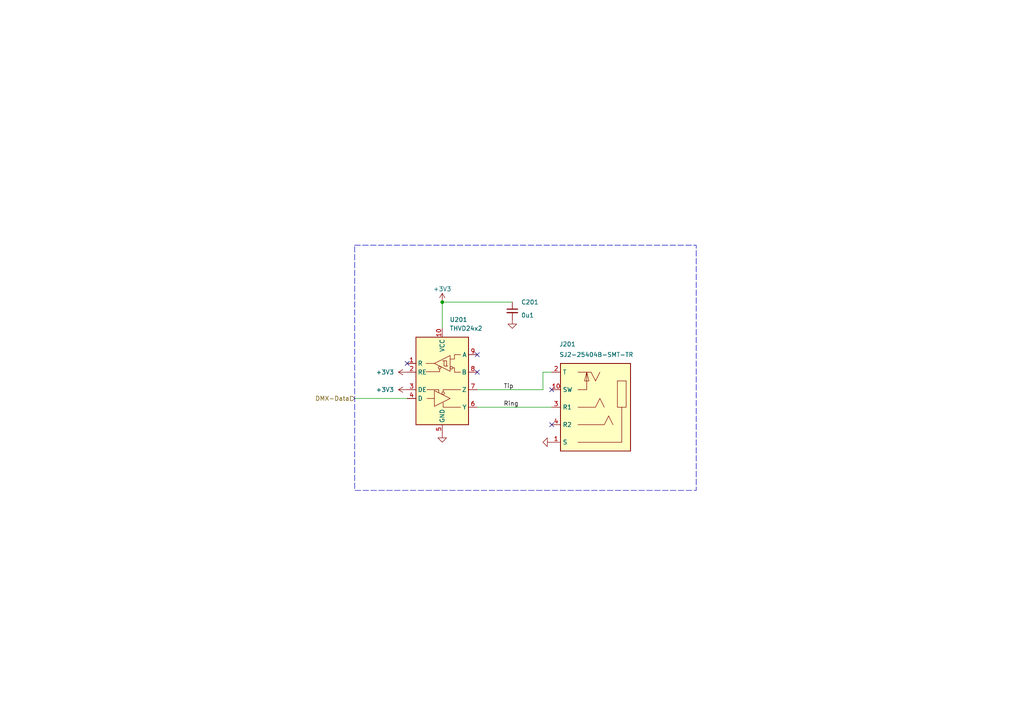
<source format=kicad_sch>
(kicad_sch (version 20250114) (generator "eeschema") (generator_version "9.0")
  (paper "A4")
  (title_block (title "DMX Out") (date "2025-12-17") (rev "2") (company "Versio Duo"))
  (lib_symbols
    (symbol "Device:C_Small" (pin_numbers (hide yes)) (pin_names (offset 0.254) (hide yes))
      (property "Reference" "C" (at 0.254 1.778 0))
      (property "Value" "C_Small" (at 0.254 -2.032 0))
      (symbol "C_Small_0_1"
        (polyline (pts (xy -1.524 0.508) (xy 1.524 0.508)) (stroke (width 0.3048)))
        (polyline (pts (xy -1.524 -0.508) (xy 1.524 -0.508)) (stroke (width 0.3302)))
      )
      (symbol "C_Small_1_1"
        (pin passive line (at 0 2.54 270) (length 2.032) (name "~") (number "1"))
        (pin passive line (at 0 -2.54 90) (length 2.032) (name "~") (number "2"))
      )
    )
    (symbol "V2_Connector_Audio:SJ2-25404B-SMT-TR" (pin_names (offset 0.635))
      (property "Reference" "J" (at -10.1854 15.2654 0))
      (property "Value" "SJ2-25404B-SMT-TR" (at -10.414 -17.78 0))
      (symbol "SJ2-25404B-SMT-TR_0_0"
        (rectangle (start -10.16 12.7) (end 10.16 -12.7) (stroke (width 0.254)) (fill (type background)))
        (polyline (pts (xy -8.89 0) (xy -8.89 -7.62)) (stroke (width 0.1524)))
        (polyline (pts (xy -8.89 -7.62) (xy -6.35 -7.62)) (stroke (width 0.1524)))
        (polyline (pts (xy -7.62 10.16) (xy -7.62 0)) (stroke (width 0.1524)))
        (polyline (pts (xy -7.62 0) (xy -8.89 0)) (stroke (width 0.1524)))
        (polyline (pts (xy -6.35 0) (xy -7.62 0)) (stroke (width 0.1524)))
        (polyline (pts (xy -6.35 -7.62) (xy -6.35 0)) (stroke (width 0.1524)))
        (polyline (pts (xy -3.81 2.54) (xy -5.08 5.08)) (stroke (width 0.1524)))
        (polyline (pts (xy -2.54 5.08) (xy -3.81 2.54)) (stroke (width 0.1524)))
        (polyline (pts (xy -1.27 -2.54) (xy -2.54 0)) (stroke (width 0.1524)))
        (polyline (pts (xy 0 0) (xy -1.27 -2.54)) (stroke (width 0.1524)))
        (polyline (pts (xy 0 -7.62) (xy -1.27 -10.16)) (stroke (width 0.1524)))
        (polyline (pts (xy 1.27 -10.16) (xy 0 -7.62)) (stroke (width 0.1524)))
        (polyline (pts (xy 2.54 -5.08) (xy 2.54 -10.16)) (stroke (width 0.1524)))
        (polyline (pts (xy 2.54 -10.16) (xy 1.27 -10.16)) (stroke (width 0.1524)))
        (polyline (pts (xy 2.54 -10.16) (xy 1.905 -7.62) (xy 3.175 -7.62) (xy 2.54 -10.16)) (stroke (width 0.1524)) (fill (type background)))
        (polyline (pts (xy 5.08 10.16) (xy -7.62 10.16)) (stroke (width 0.1524)))
        (polyline (pts (xy 5.08 5.08) (xy -2.54 5.08)) (stroke (width 0.1524)))
        (polyline (pts (xy 5.08 0) (xy 0 0)) (stroke (width 0.1524)))
        (polyline (pts (xy 5.08 -5.08) (xy 2.54 -5.08)) (stroke (width 0.1524)))
        (polyline (pts (xy 5.08 -10.16) (xy 2.54 -10.16)) (stroke (width 0.1524)))
      )
      (symbol "SJ2-25404B-SMT-TR_1_0"
        (pin passive line (at 12.7 10.16 180) (length 2.54) (name "S") (number "1"))
        (pin passive line (at 12.7 5.08 180) (length 2.54) (name "R2") (number "4"))
        (pin passive line (at 12.7 0 180) (length 2.54) (name "R1") (number "3"))
        (pin passive line (at 12.7 -5.08 180) (length 2.54) (name "SW") (number "10"))
        (pin passive line (at 12.7 -10.16 180) (length 2.54) (name "T") (number "2"))
      )
    )
    (symbol "V2_Interface_RS485:THVD24x2"
      (property "Reference" "U" (at 2.54 17.78 0))
      (property "Value" "THVD24x2" (at 2.54 15.24 0))
      (symbol "THVD24x2_0_1"
        (rectangle (start -7.62 12.7) (end 7.62 -12.7) (stroke (width 0.254)) (fill (type background)))
        (polyline (pts (xy -4.445 -5.08) (xy -2.286 -5.08)))
        (polyline (pts (xy -2.286 5.08) (xy -4.699 5.08)))
        (polyline (pts (xy -2.286 -2.794) (xy -2.286 -7.366) (xy 2.286 -5.08) (xy -2.286 -2.794)))
        (polyline (pts (xy -1.016 -3.429) (xy -1.016 -2.54) (xy -4.445 -2.54)))
        (polyline (pts (xy -0.762 3.429) (xy -0.762 2.667)))
        (polyline (pts (xy -0.762 2.667) (xy -4.699 2.667)))
        (circle (center -0.7445 3.8547) (radius 0.381))
        (circle (center 0.254 -3.556) (radius 0.381))
        (polyline (pts (xy 1.27 4.318) (xy 1.27 5.842) (xy 0.381 5.842)))
        (polyline (pts (xy 1.651 4.318) (xy 0.635 4.318) (xy 0.508 4.318) (xy 0.508 5.842) (xy 0.127 5.842)))
        (polyline (pts (xy 2.286 7.366) (xy 2.286 2.794) (xy -2.286 5.08) (xy 2.286 7.366)))
        (polyline (pts (xy 2.286 6.35) (xy 3.556 6.35) (xy 3.556 7.62) (xy 5.334 7.62)))
        (circle (center 2.667 3.81) (radius 0.381))
        (polyline (pts (xy 3.048 3.81) (xy 3.556 3.81) (xy 3.556 2.54) (xy 5.334 2.54)))
        (polyline (pts (xy 5.334 -2.54) (xy 0.254 -2.54) (xy 0.254 -3.175)))
        (polyline (pts (xy 5.334 -7.62) (xy 0.254 -7.62) (xy 0.254 -6.35)))
      )
      (symbol "THVD24x2_1_1"
        (pin output line (at -10.16 5.08 0) (length 2.54) (name "R") (number "1"))
        (pin input line (at -10.16 2.54 0) (length 2.54) (name "RE") (number "2"))
        (pin input line (at -10.16 -2.54 0) (length 2.54) (name "DE") (number "3"))
        (pin input line (at -10.16 -5.08 0) (length 2.54) (name "D") (number "4"))
        (pin power_in line (at 0 15.24 270) (length 2.54) (name "VCC") (number "10"))
        (pin passive line (at 0 -15.24 90) (length 2.54) (hide yes) (name "GND") (number "11"))
        (pin power_in line (at 0 -15.24 90) (length 2.54) (name "GND") (number "5"))
        (pin input line (at 10.16 7.62 180) (length 2.54) (name "A") (number "9"))
        (pin input line (at 10.16 2.54 180) (length 2.54) (name "B") (number "8"))
        (pin output line (at 10.16 -2.54 180) (length 2.54) (name "Z") (number "7"))
        (pin output line (at 10.16 -7.62 180) (length 2.54) (name "Y") (number "6"))
      )
    )
    (symbol "power:+3V3" (power) (pin_numbers (hide yes)) (pin_names (offset 0) (hide yes))
      (property "Value" "+3V3" (at 0 3.556 0))
      (symbol "+3V3_0_1"
        (polyline (pts (xy -0.762 1.27) (xy 0 2.54)))
        (polyline (pts (xy 0 2.54) (xy 0.762 1.27)))
        (polyline (pts (xy 0 0) (xy 0 2.54)))
      )
      (symbol "+3V3_1_1"
        (pin power_in line (at 0 0 90) (length 0) (name "~") (number "1"))
      )
    )
    (symbol "power:GND" (power) (pin_numbers (hide yes)) (pin_names (offset 0) (hide yes))
      (property "Value" "GND" (at 0 -3.81 0))
      (symbol "GND_0_1"
        (polyline (pts (xy 0 0) (xy 0 -1.27) (xy 1.27 -1.27) (xy 0 -2.54) (xy -1.27 -1.27) (xy 0 -1.27)))
      )
      (symbol "GND_1_1"
        (pin power_in line (at 0 0 270) (length 0) (name "~") (number "1"))
      )
    )
  )
  (rectangle (start 102.87 71.12) (end 201.93 142.24) (stroke (width 0) (type dash)))
  (junction (at 128.27 87.63))
  (no_connect (at 138.43 102.87))
  (no_connect (at 160.02 123.19))
  (no_connect (at 160.02 113.03))
  (no_connect (at 118.11 105.41))
  (no_connect (at 138.43 107.95))
  (wire (pts (xy 138.43 113.03) (xy 157.48 113.03)))
  (wire (pts (xy 157.48 107.95) (xy 157.48 113.03)))
  (wire (pts (xy 128.27 87.63) (xy 148.59 87.63)))
  (wire (pts (xy 128.27 87.63) (xy 128.27 95.25)))
  (wire (pts (xy 160.02 107.95) (xy 157.48 107.95)))
  (wire (pts (xy 138.43 118.11) (xy 160.02 118.11)))
  (wire (pts (xy 118.11 115.57) (xy 102.87 115.57)))
  (label "Ring" (at 146.05 118.11 0))
  (label "Tip" (at 146.05 113.03 0))
  (hierarchical_label "DMX-Data" (shape input) (at 102.87 115.57 180))
  (symbol (lib_id "power:GND") (at 128.27 125.73 0) (unit 1)
    (property "Reference" "#PWR0205" (effects (hide yes)))
    (property "Value" "GND" (effects (hide yes)))
  )
  (symbol (lib_id "V2_Interface_RS485:THVD24x2") (at 128.27 110.49 0) (unit 1)
    (property "Reference" "U201" (at 130.4133 92.71 0) (effects (justify left)))
    (property "Value" "THVD24x2" (at 130.4133 95.25 0) (effects (justify left)))
    (property "Footprint" "V2_Package_SON:VSON-10-4-1EP_3x3mm_P0.5mm_EP1.65x2.4mm_ThermalVias" (effects (hide yes)))
  )
  (symbol (lib_id "power:+3V3") (at 128.27 87.63 0) (unit 1)
    (property "Reference" "#PWR0201" (effects (hide yes)))
    (property "Value" "+3V3" (at 128.27 83.82 0))
  )
  (symbol (lib_id "power:GND") (at 160.02 128.27 270) (unit 1)
    (property "Reference" "#PWR0206" (effects (hide yes)))
    (property "Value" "GND" (effects (hide yes)))
  )
  (symbol (lib_id "power:+3V3") (at 118.11 107.95 90) (unit 1)
    (property "Reference" "#PWR0203" (effects (hide yes)))
    (property "Value" "+3V3" (at 114.3 107.9499 90) (effects (justify left)))
  )
  (symbol (lib_id "V2_Connector_Audio:SJ2-25404B-SMT-TR") (at 172.72 118.11 180) (unit 1)
    (property "Reference" "J201" (at 164.592 99.822 0))
    (property "Value" "SJ2-25404B-SMT-TR" (at 172.974 102.87 0))
    (property "Footprint" "V2_Connector_Audio:CUI_SJ2-25404B-SMT-TR" (effects (hide yes)))
  )
  (symbol (lib_id "Device:C_Small") (at 148.59 90.17 0) (unit 1)
    (property "Reference" "C201" (at 151.13 87.6362 0) (effects (justify left)))
    (property "Value" "0u1" (at 151.13 91.4462 0) (effects (justify left)))
    (property "Footprint" "Capacitor_SMD:C_0603_1608Metric" (effects (hide yes)))
  )
  (symbol (lib_id "power:GND") (at 148.59 92.71 0) (unit 1)
    (property "Reference" "#PWR0202" (effects (hide yes)))
    (property "Value" "GND" (effects (hide yes)))
  )
  (symbol (lib_id "power:+3V3") (at 118.11 113.03 90) (unit 1)
    (property "Reference" "#PWR0204" (effects (hide yes)))
    (property "Value" "+3V3" (at 114.3 113.0299 90) (effects (justify left)))
  )
)
</source>
